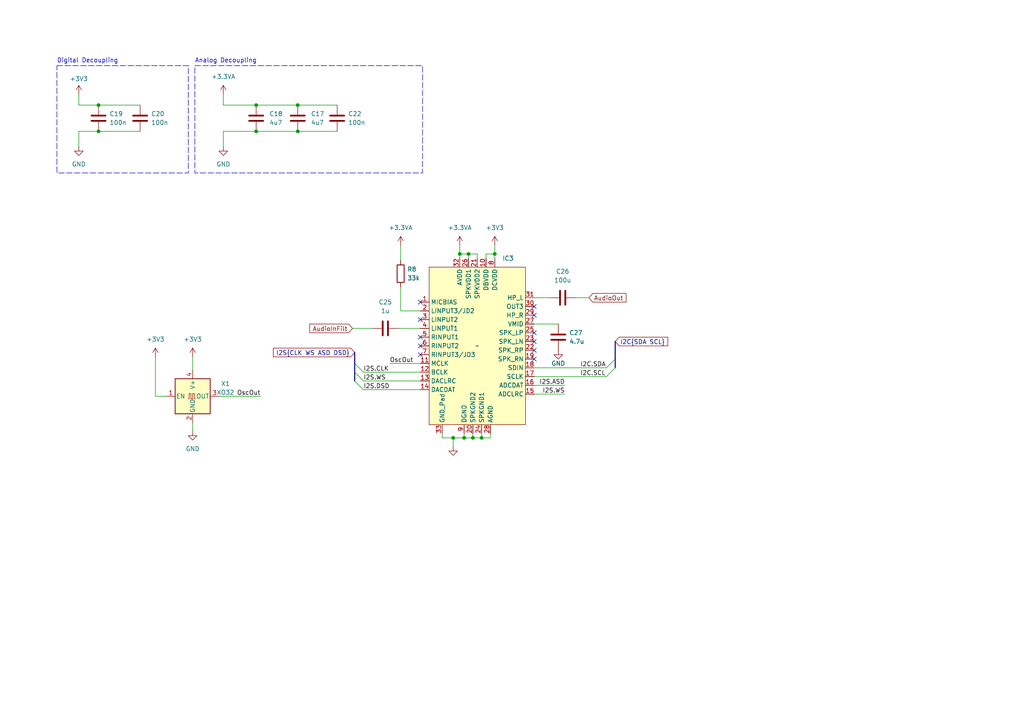
<source format=kicad_sch>
(kicad_sch (version 20230121) (generator eeschema)
  (paper "A4")
  (lib_symbols
    (symbol "Device:C" (pin_numbers hide) (pin_names (offset 0.254))
      (property "Reference" "C" (at 0.635 2.54 0))
      (property "Value" "C" (at 0.635 -2.54 0))
      (symbol "C_0_1"
        (polyline (pts (xy -2.032 -0.762) (xy 2.032 -0.762)) (stroke (width 0.508)))
        (polyline (pts (xy -2.032 0.762) (xy 2.032 0.762)) (stroke (width 0.508)))
      )
      (symbol "C_1_1"
        (pin passive line (at 0 3.81 270) (length 2.794) (name "~") (number "1"))
        (pin passive line (at 0 -3.81 90) (length 2.794) (name "~") (number "2"))
      )
    )
    (symbol "Device:R" (pin_numbers hide) (pin_names (offset 0))
      (property "Reference" "R" (at 2.032 0 90))
      (property "Value" "R" (at 0 0 90))
      (symbol "R_0_1"
        (rectangle (start -1.016 -2.54) (end 1.016 2.54) (stroke (width 0.254)))
      )
      (symbol "R_1_1"
        (pin passive line (at 0 3.81 270) (length 1.27) (name "~") (number "1"))
        (pin passive line (at 0 -3.81 90) (length 1.27) (name "~") (number "2"))
      )
    )
    (symbol "MyLibrary:WM8960"
      (property "Reference" "IC" (at 0 1.27 0))
      (symbol "WM8960_1_1"
        (rectangle (start -13.97 22.86) (end 13.97 -22.86) (fill (type background)))
        (pin input line (at -16.51 12.7 0) (length 2.54) (name "MICBIAS") (number "1"))
        (pin power_in line (at 2.54 25.4 270) (length 2.54) (name "DBVDD") (number "10"))
        (pin input line (at -16.51 -5.08 0) (length 2.54) (name "MCLK") (number "11"))
        (pin input line (at -16.51 -7.62 0) (length 2.54) (name "BCLK") (number "12"))
        (pin input line (at -16.51 -10.16 0) (length 2.54) (name "DACLRC") (number "13"))
        (pin input line (at -16.51 -12.7 0) (length 2.54) (name "DACDAT") (number "14"))
        (pin input line (at 16.51 -13.97 180) (length 2.54) (name "ADCLRC") (number "15"))
        (pin input line (at 16.51 -11.43 180) (length 2.54) (name "ADCDAT") (number "16"))
        (pin input line (at 16.51 -8.89 180) (length 2.54) (name "SCLK") (number "17"))
        (pin input line (at 16.51 -6.35 180) (length 2.54) (name "SDIN") (number "18"))
        (pin input line (at 16.51 -3.81 180) (length 2.54) (name "SPK_RN") (number "19"))
        (pin input line (at -16.51 10.16 0) (length 2.54) (name "LINPUT3/JD2") (number "2"))
        (pin power_in line (at -1.27 -25.4 90) (length 2.54) (name "SPKGND2") (number "20"))
        (pin power_in line (at 0 25.4 270) (length 2.54) (name "SPKVDD2") (number "21"))
        (pin input line (at 16.51 -1.27 180) (length 2.54) (name "SPK_RP") (number "22"))
        (pin input line (at 16.51 1.27 180) (length 2.54) (name "SPK_LN") (number "23"))
        (pin power_in line (at 1.27 -25.4 90) (length 2.54) (name "SPKGND1") (number "24"))
        (pin input line (at 16.51 3.81 180) (length 2.54) (name "SPK_LP") (number "25"))
        (pin power_in line (at -2.54 25.4 270) (length 2.54) (name "SPKVDD1") (number "26"))
        (pin input line (at 16.51 6.35 180) (length 2.54) (name "VMID") (number "27"))
        (pin power_in line (at 3.81 -25.4 90) (length 2.54) (name "AGND") (number "28"))
        (pin input line (at 16.51 8.89 180) (length 2.54) (name "HP_R") (number "29"))
        (pin input line (at -16.51 7.62 0) (length 2.54) (name "LINPUT2") (number "3"))
        (pin input line (at 16.51 11.43 180) (length 2.54) (name "OUT3") (number "30"))
        (pin input line (at 16.51 13.97 180) (length 2.54) (name "HP_L") (number "31"))
        (pin power_in line (at -5.08 25.4 270) (length 2.54) (name "AVDD") (number "32"))
        (pin power_in line (at -10.16 -25.4 90) (length 2.54) (name "GND_Pad") (number "33"))
        (pin input line (at -16.51 5.08 0) (length 2.54) (name "LINPUT1") (number "4"))
        (pin input line (at -16.51 2.54 0) (length 2.54) (name "RINPUT1") (number "5"))
        (pin input line (at -16.51 0 0) (length 2.54) (name "RINPUT2") (number "6"))
        (pin input line (at -16.51 -2.54 0) (length 2.54) (name "RINPUT3/JD3") (number "7"))
        (pin power_in line (at 5.08 25.4 270) (length 2.54) (name "DCVDD") (number "8"))
        (pin power_in line (at -3.81 -25.4 90) (length 2.54) (name "DGND") (number "9"))
      )
    )
    (symbol "Oscillator:XO32" (pin_names (offset 0.254))
      (property "Reference" "X" (at -5.08 6.35 0))
      (property "Value" "XO32" (at 1.27 -6.35 0))
      (symbol "XO32_0_1"
        (rectangle (start -5.08 5.08) (end 5.08 -5.08) (stroke (width 0.254)) (fill (type background)))
        (polyline (pts (xy -1.27 -0.762) (xy -1.016 -0.762) (xy -1.016 0.762) (xy -0.508 0.762) (xy -0.508 -0.762) (xy 0 -0.762) (xy 0 0.762) (xy 0.508 0.762) (xy 0.508 -0.762) (xy 0.762 -0.762)))
      )
      (symbol "XO32_1_1"
        (pin input line (at -7.62 0 0) (length 2.54) (name "EN") (number "1"))
        (pin power_in line (at 0 -7.62 90) (length 2.54) (name "GND") (number "2"))
        (pin output line (at 7.62 0 180) (length 2.54) (name "OUT") (number "3"))
        (pin power_in line (at 0 7.62 270) (length 2.54) (name "V+") (number "4"))
      )
    )
    (symbol "power:+3.3VA" (power) (pin_names (offset 0))
      (property "Value" "+3.3VA" (at 0 3.556 0))
      (symbol "+3.3VA_0_1"
        (polyline (pts (xy -0.762 1.27) (xy 0 2.54)))
        (polyline (pts (xy 0 0) (xy 0 2.54)))
        (polyline (pts (xy 0 2.54) (xy 0.762 1.27)))
      )
      (symbol "+3.3VA_1_1"
        (pin power_in line (at 0 0 90) (length 0) hide (name "+3.3VA") (number "1"))
      )
    )
    (symbol "power:+3V3" (power) (pin_names (offset 0))
      (property "Value" "+3V3" (at 0 3.556 0))
      (symbol "+3V3_0_1"
        (polyline (pts (xy -0.762 1.27) (xy 0 2.54)))
        (polyline (pts (xy 0 0) (xy 0 2.54)))
        (polyline (pts (xy 0 2.54) (xy 0.762 1.27)))
      )
      (symbol "+3V3_1_1"
        (pin power_in line (at 0 0 90) (length 0) hide (name "+3V3") (number "1"))
      )
    )
    (symbol "power:GND" (power) (pin_names (offset 0))
      (property "Value" "GND" (at 0 -3.81 0))
      (symbol "GND_0_1"
        (polyline (pts (xy 0 0) (xy 0 -1.27) (xy 1.27 -1.27) (xy 0 -2.54) (xy -1.27 -1.27) (xy 0 -1.27)))
      )
      (symbol "GND_1_1"
        (pin power_in line (at 0 0 270) (length 0) hide (name "GND") (number "1"))
      )
    )
  )
  (junction (at 86.36 38.1))
  (junction (at 86.36 30.48))
  (junction (at 133.35 73.66))
  (junction (at 143.51 73.66))
  (junction (at 135.89 73.66))
  (junction (at 74.295 30.48))
  (junction (at 134.62 127))
  (junction (at 28.575 30.48))
  (junction (at 28.575 38.1))
  (junction (at 139.7 127))
  (junction (at 74.295 38.1))
  (junction (at 131.445 127))
  (junction (at 137.16 127))
  (no_connect (at 121.92 87.63))
  (no_connect (at 121.92 100.33))
  (no_connect (at 154.94 88.9))
  (no_connect (at 154.94 91.44))
  (no_connect (at 121.92 97.79))
  (no_connect (at 154.94 99.06))
  (no_connect (at 154.94 101.6))
  (no_connect (at 154.94 96.52))
  (no_connect (at 121.92 102.87))
  (no_connect (at 154.94 104.14))
  (no_connect (at 121.92 92.71))
  (bus_entry (at 102.87 105.41) (size 2.54 2.54))
  (bus_entry (at 178.435 106.68) (size -2.54 2.54))
  (bus_entry (at 178.435 104.14) (size -2.54 2.54))
  (bus_entry (at 102.87 107.95) (size 2.54 2.54))
  (bus_entry (at 102.87 110.49) (size 2.54 2.54))
  (wire (pts (xy 135.89 74.93) (xy 135.89 73.66)))
  (wire (pts (xy 154.94 106.68) (xy 175.895 106.68)))
  (wire (pts (xy 135.89 73.66) (xy 138.43 73.66)))
  (wire (pts (xy 133.35 71.12) (xy 133.35 73.66)))
  (wire (pts (xy 105.41 107.95) (xy 121.92 107.95)))
  (wire (pts (xy 74.295 38.1) (xy 86.36 38.1)))
  (wire (pts (xy 22.86 30.48) (xy 28.575 30.48)))
  (wire (pts (xy 28.575 38.1) (xy 22.86 38.1)))
  (wire (pts (xy 22.86 27.305) (xy 22.86 30.48)))
  (wire (pts (xy 28.575 30.48) (xy 40.64 30.48)))
  (wire (pts (xy 154.94 114.3) (xy 163.83 114.3)))
  (wire (pts (xy 139.7 125.73) (xy 139.7 127)))
  (wire (pts (xy 86.36 38.1) (xy 97.79 38.1)))
  (bus (pts (xy 102.87 107.95) (xy 102.87 110.49)))
  (wire (pts (xy 48.26 114.935) (xy 45.085 114.935)))
  (wire (pts (xy 55.88 103.505) (xy 55.88 107.315)))
  (wire (pts (xy 22.86 38.1) (xy 22.86 42.545)))
  (wire (pts (xy 133.35 73.66) (xy 135.89 73.66)))
  (wire (pts (xy 154.94 93.98) (xy 161.925 93.98)))
  (wire (pts (xy 133.35 73.66) (xy 133.35 74.93)))
  (wire (pts (xy 64.77 38.1) (xy 74.295 38.1)))
  (wire (pts (xy 131.445 127) (xy 134.62 127)))
  (wire (pts (xy 154.94 111.76) (xy 163.83 111.76)))
  (wire (pts (xy 167.005 86.36) (xy 170.815 86.36)))
  (wire (pts (xy 64.77 30.48) (xy 74.295 30.48)))
  (wire (pts (xy 105.41 113.03) (xy 121.92 113.03)))
  (wire (pts (xy 63.5 114.935) (xy 75.565 114.935)))
  (wire (pts (xy 64.77 30.48) (xy 64.77 27.305)))
  (wire (pts (xy 55.88 122.555) (xy 55.88 125.095)))
  (wire (pts (xy 102.235 95.25) (xy 107.95 95.25)))
  (bus (pts (xy 102.87 102.235) (xy 102.87 105.41)))
  (wire (pts (xy 116.205 90.17) (xy 116.205 83.185)))
  (wire (pts (xy 140.97 73.66) (xy 140.97 74.93)))
  (wire (pts (xy 74.295 30.48) (xy 86.36 30.48)))
  (wire (pts (xy 128.27 125.73) (xy 128.27 127)))
  (wire (pts (xy 137.16 125.73) (xy 137.16 127)))
  (bus (pts (xy 102.87 105.41) (xy 102.87 107.95)))
  (wire (pts (xy 137.16 127) (xy 139.7 127)))
  (wire (pts (xy 131.445 127) (xy 131.445 129.54)))
  (wire (pts (xy 143.51 73.66) (xy 143.51 74.93)))
  (wire (pts (xy 113.03 105.41) (xy 121.92 105.41)))
  (wire (pts (xy 121.92 90.17) (xy 116.205 90.17)))
  (wire (pts (xy 86.36 30.48) (xy 97.79 30.48)))
  (wire (pts (xy 138.43 73.66) (xy 138.43 74.93)))
  (wire (pts (xy 134.62 127) (xy 134.62 125.73)))
  (wire (pts (xy 142.24 127) (xy 139.7 127)))
  (wire (pts (xy 45.085 103.505) (xy 45.085 114.935)))
  (wire (pts (xy 142.24 127) (xy 142.24 125.73)))
  (wire (pts (xy 116.205 71.12) (xy 116.205 75.565)))
  (wire (pts (xy 143.51 71.12) (xy 143.51 73.66)))
  (wire (pts (xy 154.94 109.22) (xy 175.895 109.22)))
  (bus (pts (xy 178.435 99.06) (xy 178.435 104.14)))
  (wire (pts (xy 115.57 95.25) (xy 121.92 95.25)))
  (wire (pts (xy 128.27 127) (xy 131.445 127)))
  (wire (pts (xy 105.41 110.49) (xy 121.92 110.49)))
  (wire (pts (xy 134.62 127) (xy 137.16 127)))
  (wire (pts (xy 64.77 38.1) (xy 64.77 42.545)))
  (wire (pts (xy 154.94 86.36) (xy 159.385 86.36)))
  (wire (pts (xy 140.97 73.66) (xy 143.51 73.66)))
  (wire (pts (xy 28.575 38.1) (xy 40.64 38.1)))
  (bus (pts (xy 178.435 104.14) (xy 178.435 106.68)))
  (rectangle (start 56.515 19.05) (end 122.555 50.165) (stroke (width 0) (type dash)))
  (rectangle (start 16.51 19.05) (end 54.61 50.165) (stroke (width 0) (type dash)))
  (text "Analog Decoupling\n" (at 56.515 18.415 0) (effects (font (size 1.27 1.27)) (justify left bottom)))
  (text "Digital Decoupling" (at 16.51 18.415 0) (effects (font (size 1.27 1.27)) (justify left bottom)))
  (label "I2S.CLK" (at 105.41 107.95 0))
  (label "I2S.DSD" (at 105.41 113.03 0))
  (label "I2C.SCL" (at 168.275 109.22 0))
  (label "I2S.WS" (at 163.83 114.3 180))
  (label "OscOut" (at 113.03 105.41 0))
  (label "I2C.SDA" (at 168.275 106.68 0))
  (label "OscOut" (at 75.565 114.935 180))
  (label "I2S.ASD" (at 163.83 111.76 180))
  (label "I2S.WS" (at 105.41 110.49 0))
  (global_label "AudioOut" (shape input) (at 170.815 86.36 0) (property "Intersheetrefs" "${INTERSHEET_REFS}" (effects hide)))
  (global_label "I2S{CLK WS ASD DSD}" (shape input) (at 102.87 102.235 180) (property "Intersheetrefs" "${INTERSHEET_REFS}" (effects hide)))
  (global_label "I2C{SDA SCL}" (shape input) (at 178.435 99.06 0) (property "Intersheetrefs" "${INTERSHEET_REFS}" (effects hide)))
  (global_label "AudioInFilt" (shape input) (at 102.235 95.25 180) (property "Intersheetrefs" "${INTERSHEET_REFS}" (effects hide)))
  (symbol (lib_id "power:GND") (at 161.925 101.6 0) (unit 1)
    (property "Reference" "#PWR032" (effects hide))
    (property "Value" "GND" (at 161.925 105.41 0))
  )
  (symbol (lib_id "Device:C") (at 86.36 34.29 0) (unit 1)
    (property "Reference" "C17" (at 90.17 33.02 0) (effects (justify left)))
    (property "Value" "4u7" (at 90.17 35.56 0) (effects (justify left)))
    (property "Footprint" "Capacitor_SMD:C_0805_2012Metric" (effects hide))
  )
  (symbol (lib_id "power:+3V3") (at 143.51 71.12 0) (unit 1)
    (property "Reference" "#PWR030" (effects hide))
    (property "Value" "+3V3" (at 143.51 66.04 0))
  )
  (symbol (lib_id "power:+3V3") (at 55.88 103.505 0) (unit 1)
    (property "Reference" "#PWR049" (effects hide))
    (property "Value" "+3V3" (at 55.88 98.425 0))
  )
  (symbol (lib_id "power:GND") (at 55.88 125.095 0) (unit 1)
    (property "Reference" "#PWR050" (effects hide))
    (property "Value" "GND" (at 55.88 130.175 0))
  )
  (symbol (lib_id "power:+3V3") (at 22.86 27.305 0) (unit 1)
    (property "Reference" "#PWR033" (effects hide))
    (property "Value" "+3V3" (at 22.86 22.86 0))
  )
  (symbol (lib_id "Oscillator:XO32") (at 55.88 114.935 0) (unit 1)
    (property "Reference" "X1" (at 65.405 111.2871 0))
    (property "Value" "XO32" (at 65.405 113.8271 0))
    (property "Footprint" "Oscillator:Oscillator_SMD_EuroQuartz_XO32-4Pin_3.2x2.5mm" (effects hide))
    (property "Datasheet" "http://cdn-reichelt.de/documents/datenblatt/B400/XO32.pdf" (effects hide))
  )
  (symbol (lib_id "Device:C") (at 97.79 34.29 0) (unit 1)
    (property "Reference" "C22" (at 100.965 33.02 0) (effects (justify left)))
    (property "Value" "100n" (at 100.965 35.56 0) (effects (justify left)))
    (property "Footprint" "Capacitor_SMD:C_0805_2012Metric" (effects hide))
  )
  (symbol (lib_id "Device:C") (at 161.925 97.79 0) (unit 1)
    (property "Reference" "C27" (at 165.1 96.52 0) (effects (justify left)))
    (property "Value" "4.7u" (at 165.1 99.06 0) (effects (justify left)))
    (property "Footprint" "Capacitor_SMD:C_0805_2012Metric" (effects hide))
  )
  (symbol (lib_id "Device:C") (at 28.575 34.29 0) (unit 1)
    (property "Reference" "C19" (at 31.75 33.02 0) (effects (justify left)))
    (property "Value" "100n" (at 31.75 35.56 0) (effects (justify left)))
    (property "Footprint" "Capacitor_SMD:C_0805_2012Metric" (effects hide))
  )
  (symbol (lib_id "power:GND") (at 64.77 42.545 0) (unit 1)
    (property "Reference" "#PWR027" (effects hide))
    (property "Value" "GND" (at 64.77 47.625 0))
  )
  (symbol (lib_id "power:+3V3") (at 45.085 103.505 0) (unit 1)
    (property "Reference" "#PWR051" (effects hide))
    (property "Value" "+3V3" (at 45.085 98.425 0))
  )
  (symbol (lib_id "power:+3.3VA") (at 64.77 27.305 0) (unit 1)
    (property "Reference" "#PWR028" (effects hide))
    (property "Value" "+3.3VA" (at 64.77 22.225 0))
  )
  (symbol (lib_id "Device:C") (at 111.76 95.25 90) (unit 1)
    (property "Reference" "C25" (at 111.76 87.63 90))
    (property "Value" "1u" (at 111.76 90.17 90))
    (property "Footprint" "Capacitor_SMD:C_0805_2012Metric" (effects hide))
  )
  (symbol (lib_id "MyLibrary:WM8960") (at 138.43 100.33 0) (unit 1)
    (property "Reference" "IC3" (at 145.7041 74.93 0) (effects (justify left)))
    (property "Value" "~" (at 138.43 100.33 0))
    (property "Footprint" "SamacSys_Parts:QFN50P500X500X100-33N" (effects hide))
  )
  (symbol (lib_id "Device:C") (at 40.64 34.29 0) (unit 1)
    (property "Reference" "C20" (at 43.815 33.02 0) (effects (justify left)))
    (property "Value" "100n" (at 43.815 35.56 0) (effects (justify left)))
    (property "Footprint" "Capacitor_SMD:C_0805_2012Metric" (effects hide))
  )
  (symbol (lib_id "power:GND") (at 22.86 42.545 0) (unit 1)
    (property "Reference" "#PWR034" (effects hide))
    (property "Value" "GND" (at 22.86 47.625 0))
  )
  (symbol (lib_id "power:+3.3VA") (at 133.35 71.12 0) (unit 1)
    (property "Reference" "#PWR029" (effects hide))
    (property "Value" "+3.3VA" (at 133.35 66.04 0))
  )
  (symbol (lib_id "Device:R") (at 116.205 79.375 0) (unit 1)
    (property "Reference" "R8" (at 118.11 78.105 0) (effects (justify left)))
    (property "Value" "33k" (at 118.11 80.645 0) (effects (justify left)))
    (property "Footprint" "Resistor_SMD:R_0805_2012Metric" (effects hide))
  )
  (symbol (lib_id "Device:C") (at 163.195 86.36 90) (unit 1)
    (property "Reference" "C26" (at 163.195 78.74 90))
    (property "Value" "100u" (at 163.195 81.28 90))
    (property "Footprint" "Capacitor_SMD:C_0805_2012Metric" (effects hide))
  )
  (symbol (lib_id "power:+3.3VA") (at 116.205 71.12 0) (unit 1)
    (property "Reference" "#PWR048" (effects hide))
    (property "Value" "+3.3VA" (at 116.205 66.04 0))
  )
  (symbol (lib_id "power:GND") (at 131.445 129.54 0) (unit 1)
    (property "Reference" "#PWR031" (effects hide))
    (property "Value" "GND" (effects hide))
  )
  (symbol (lib_id "Device:C") (at 74.295 34.29 0) (unit 1)
    (property "Reference" "C18" (at 78.105 33.02 0) (effects (justify left)))
    (property "Value" "4u7" (at 78.105 35.56 0) (effects (justify left)))
    (property "Footprint" "Capacitor_SMD:C_0805_2012Metric" (effects hide))
  )
)
</source>
